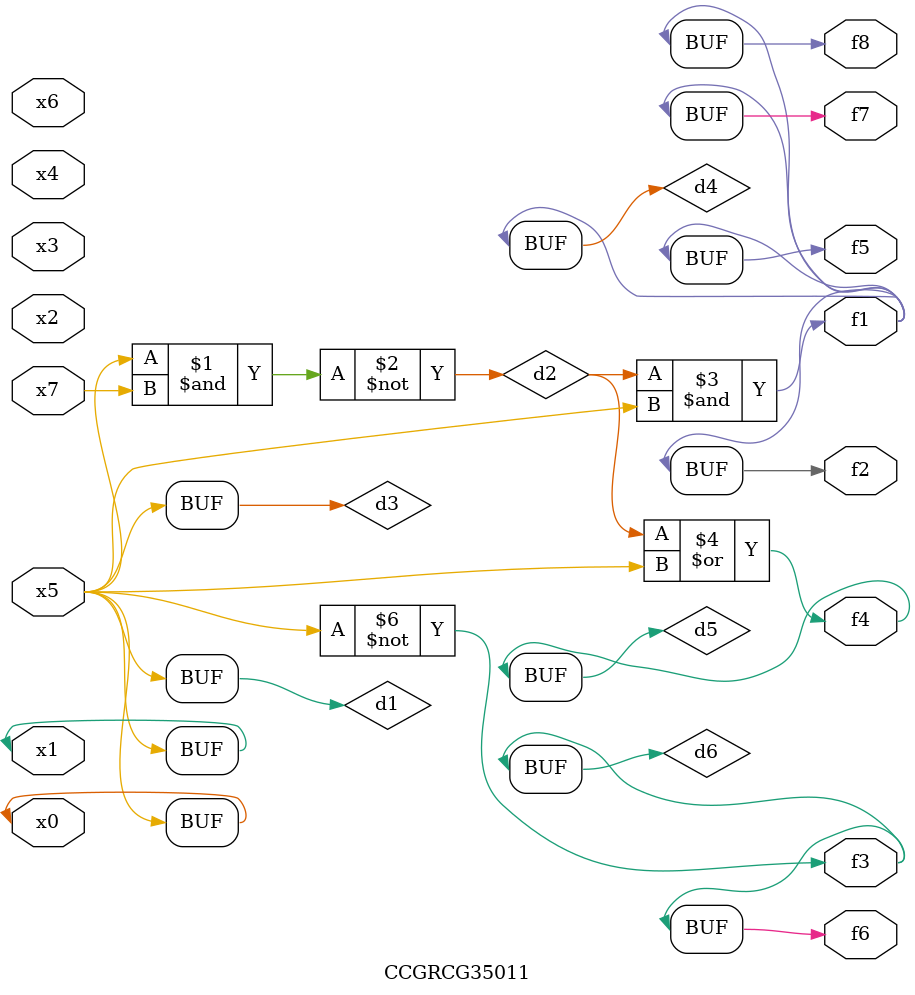
<source format=v>
module CCGRCG35011(
	input x0, x1, x2, x3, x4, x5, x6, x7,
	output f1, f2, f3, f4, f5, f6, f7, f8
);

	wire d1, d2, d3, d4, d5, d6;

	buf (d1, x0, x5);
	nand (d2, x5, x7);
	buf (d3, x0, x1);
	and (d4, d2, d3);
	or (d5, d2, d3);
	nor (d6, d1, d3);
	assign f1 = d4;
	assign f2 = d4;
	assign f3 = d6;
	assign f4 = d5;
	assign f5 = d4;
	assign f6 = d6;
	assign f7 = d4;
	assign f8 = d4;
endmodule

</source>
